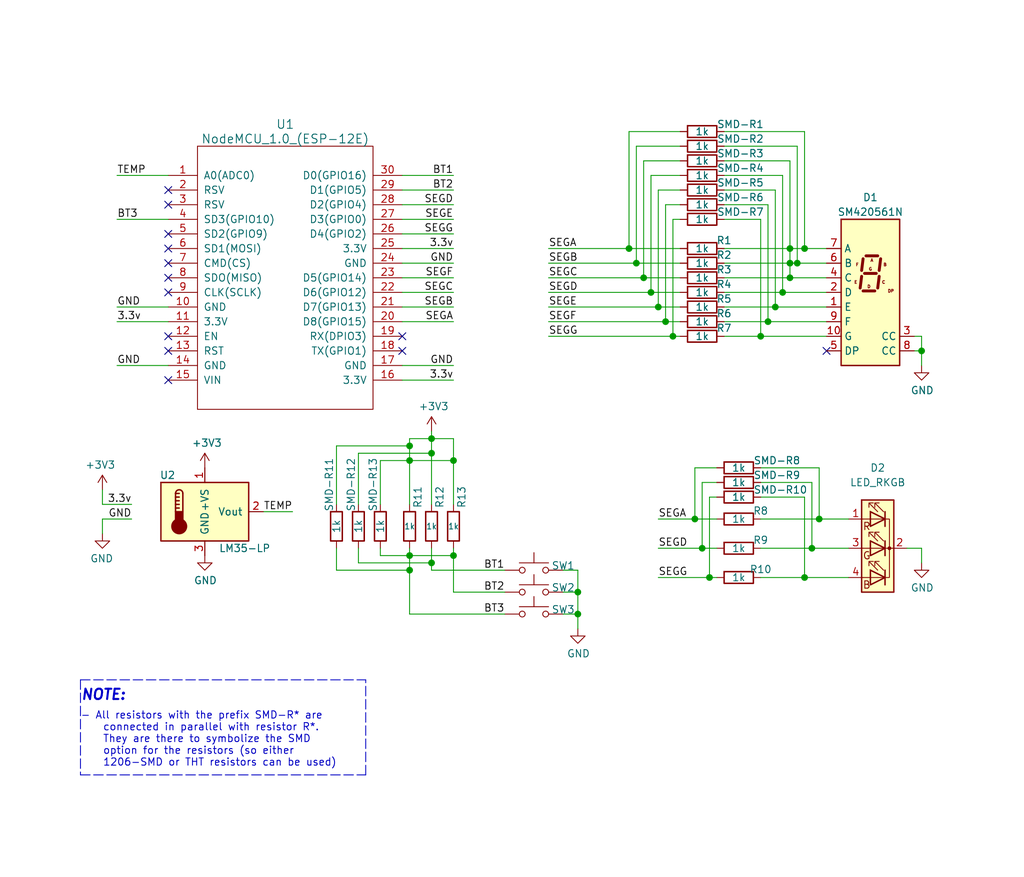
<source format=kicad_sch>
(kicad_sch (version 20210126) (generator eeschema)
  (paper "User" 177.8 152.4)
  (title_block (title "Basic NodeMCU Dev Board") (date "2021-03-09") (rev "1") (company "Electro707") (comment 1 "Jamal Bouajjaj"))
  (lib_symbols
    (symbol "Device:LED_RKGB" (pin_names (offset 0) hide)
      (property "Reference" "D" (at 0 9.398 0))
      (property "Value" "LED_RKGB" (at 0 -8.89 0))
      (symbol "LED_RKGB_0_0"
        (text "B" (at 1.905 -6.35 0) (effects (font (size 1.27 1.27))))
        (text "G" (at 1.905 -1.27 0) (effects (font (size 1.27 1.27))))
        (text "R" (at 1.905 3.81 0) (effects (font (size 1.27 1.27))))
      )
      (symbol "LED_RKGB_0_1"
        (circle (center -2.032 0) (radius 0.254) (fill (type outline)))
        (rectangle (start 1.27 -1.27) (end 1.27 1.27))
        (rectangle (start 1.27 1.27) (end 1.27 1.27))
        (rectangle (start 1.27 3.81) (end 1.27 6.35))
        (rectangle (start 1.27 6.35) (end 1.27 6.35))
        (rectangle (start 2.794 8.382) (end -2.794 -7.62) (stroke (width 0.254)) (fill (type background)))
        (polyline (pts (xy -1.27 -5.08) (xy 1.27 -5.08)))
        (polyline (pts (xy -1.27 -3.81) (xy -1.27 -6.35)) (stroke (width 0.254)))
        (polyline (pts (xy -1.27 0) (xy -2.54 0)))
        (polyline (pts (xy -1.27 1.27) (xy -1.27 -1.27)) (stroke (width 0.254)))
        (polyline (pts (xy -1.27 5.08) (xy 1.27 5.08)))
        (polyline (pts (xy -1.27 6.35) (xy -1.27 3.81)) (stroke (width 0.254)))
        (polyline (pts (xy 1.27 -5.08) (xy 2.54 -5.08)))
        (polyline (pts (xy 1.27 0) (xy -1.27 0)))
        (polyline (pts (xy 1.27 0) (xy 2.54 0)))
        (polyline (pts (xy 1.27 5.08) (xy 2.54 5.08)))
        (polyline (pts (xy -1.27 1.27) (xy -1.27 -1.27) (xy -1.27 -1.27)))
        (polyline (pts (xy -1.27 6.35) (xy -1.27 3.81) (xy -1.27 3.81)))
        (polyline (pts (xy -1.27 5.08) (xy -2.032 5.08) (xy -2.032 -5.08) (xy -1.016 -5.08)))
        (polyline (pts (xy 1.27 -3.81) (xy 1.27 -6.35) (xy -1.27 -5.08) (xy 1.27 -3.81)) (stroke (width 0.254)))
        (polyline (pts (xy 1.27 1.27) (xy 1.27 -1.27) (xy -1.27 0) (xy 1.27 1.27)) (stroke (width 0.254)))
        (polyline (pts (xy 1.27 6.35) (xy 1.27 3.81) (xy -1.27 5.08) (xy 1.27 6.35)) (stroke (width 0.254)))
        (polyline (pts (xy -1.016 -3.81) (xy 0.508 -2.286) (xy -0.254 -2.286) (xy 0.508 -2.286) (xy 0.508 -3.048)))
        (polyline (pts (xy -1.016 1.27) (xy 0.508 2.794) (xy -0.254 2.794) (xy 0.508 2.794) (xy 0.508 2.032)))
        (polyline (pts (xy -1.016 6.35) (xy 0.508 7.874) (xy -0.254 7.874) (xy 0.508 7.874) (xy 0.508 7.112)))
        (polyline (pts (xy 0 -3.81) (xy 1.524 -2.286) (xy 0.762 -2.286) (xy 1.524 -2.286) (xy 1.524 -3.048)))
        (polyline (pts (xy 0 1.27) (xy 1.524 2.794) (xy 0.762 2.794) (xy 1.524 2.794) (xy 1.524 2.032)))
        (polyline (pts (xy 0 6.35) (xy 1.524 7.874) (xy 0.762 7.874) (xy 1.524 7.874) (xy 1.524 7.112)))
      )
      (symbol "LED_RKGB_1_1"
        (pin passive line (at 5.08 5.08 180) (length 2.54) (name "RA") (number "1"))
        (pin passive line (at -5.08 0 0) (length 2.54) (name "K") (number "2"))
        (pin passive line (at 5.08 0 180) (length 2.54) (name "GA") (number "3"))
        (pin passive line (at 5.08 -5.08 180) (length 2.54) (name "BA") (number "4"))
      )
    )
    (symbol "Device:R" (pin_numbers hide) (pin_names (offset 0))
      (property "Reference" "R" (at 2.032 0 90))
      (property "Value" "R" (at 0 0 90))
      (symbol "R_0_1"
        (rectangle (start -1.016 -2.54) (end 1.016 2.54) (stroke (width 0.254)))
      )
      (symbol "R_1_1"
        (pin passive line (at 0 3.81 270) (length 1.27) (name "~") (number "1"))
        (pin passive line (at 0 -3.81 90) (length 1.27) (name "~") (number "2"))
      )
    )
    (symbol "Display_Character:SM420561N"
      (property "Reference" "U" (at -2.54 13.97 0))
      (property "Value" "SM420561N" (at 1.27 13.97 0))
      (symbol "SM420561N_0_0"
        (text "A" (at 0.254 5.588 0) (effects (font (size 0.508 0.508))))
        (text "B" (at 2.54 4.826 0) (effects (font (size 0.508 0.508))))
        (text "C" (at 2.286 1.778 0) (effects (font (size 0.508 0.508))))
        (text "D" (at -0.254 1.016 0) (effects (font (size 0.508 0.508))))
        (text "DP" (at 3.556 0.254 0) (effects (font (size 0.508 0.508))))
        (text "E" (at -2.54 1.778 0) (effects (font (size 0.508 0.508))))
        (text "F" (at -2.286 4.826 0) (effects (font (size 0.508 0.508))))
        (text "G" (at 0 4.064 0) (effects (font (size 0.508 0.508))))
      )
      (symbol "SM420561N_0_1"
        (rectangle (start -5.08 12.7) (end 5.08 -12.7) (stroke (width 0.254)) (fill (type background)))
        (polyline (pts (xy -1.524 2.794) (xy -1.778 0.762)) (stroke (width 0.508)))
        (polyline (pts (xy -1.27 0.254) (xy 0.762 0.254)) (stroke (width 0.508)))
        (polyline (pts (xy -1.27 5.842) (xy -1.524 3.81)) (stroke (width 0.508)))
        (polyline (pts (xy -1.016 3.302) (xy 1.016 3.302)) (stroke (width 0.508)))
        (polyline (pts (xy -0.762 6.35) (xy 1.27 6.35)) (stroke (width 0.508)))
        (polyline (pts (xy 1.524 2.794) (xy 1.27 0.762)) (stroke (width 0.508)))
        (polyline (pts (xy 1.778 5.842) (xy 1.524 3.81)) (stroke (width 0.508)))
        (polyline (pts (xy 2.54 0.254) (xy 2.54 0.254)) (stroke (width 0.508)))
      )
      (symbol "SM420561N_1_1"
        (pin input line (at -7.62 -2.54 0) (length 2.54) (name "E") (number "1"))
        (pin input line (at -7.62 -7.62 0) (length 2.54) (name "G") (number "10"))
        (pin input line (at -7.62 0 0) (length 2.54) (name "D") (number "2"))
        (pin input line (at 7.62 -7.62 180) (length 2.54) (name "CC") (number "3"))
        (pin input line (at -7.62 2.54 0) (length 2.54) (name "C") (number "4"))
        (pin input line (at -7.62 -10.16 0) (length 2.54) (name "DP") (number "5"))
        (pin input line (at -7.62 5.08 0) (length 2.54) (name "B") (number "6"))
        (pin input line (at -7.62 7.62 0) (length 2.54) (name "A") (number "7"))
        (pin input line (at 7.62 -10.16 180) (length 2.54) (name "CC") (number "8"))
        (pin input line (at -7.62 -5.08 0) (length 2.54) (name "F") (number "9"))
      )
    )
    (symbol "ESP8266:NodeMCU_1.0_(ESP-12E)" (pin_names (offset 1.016))
      (property "Reference" "U" (at 0 21.59 0))
      (property "Value" "NodeMCU_1.0_(ESP-12E)" (at 0 -21.59 0))
      (symbol "NodeMCU_1.0_(ESP-12E)_0_1"
        (rectangle (start -15.24 -22.86) (end 15.24 22.86))
      )
      (symbol "NodeMCU_1.0_(ESP-12E)_1_1"
        (pin input line (at -20.32 17.78 0) (length 5.08) (name "A0(ADC0)") (number "1"))
        (pin input line (at -20.32 -5.08 0) (length 5.08) (name "GND") (number "10"))
        (pin power_out line (at -20.32 -7.62 0) (length 5.08) (name "3.3V") (number "11"))
        (pin input line (at -20.32 -10.16 0) (length 5.08) (name "EN") (number "12"))
        (pin input line (at -20.32 -12.7 0) (length 5.08) (name "RST") (number "13"))
        (pin power_in line (at -20.32 -15.24 0) (length 5.08) (name "GND") (number "14"))
        (pin power_in line (at -20.32 -17.78 0) (length 5.08) (name "VIN") (number "15"))
        (pin power_out line (at 20.32 -17.78 180) (length 5.08) (name "3.3V") (number "16"))
        (pin power_in line (at 20.32 -15.24 180) (length 5.08) (name "GND") (number "17"))
        (pin bidirectional line (at 20.32 -12.7 180) (length 5.08) (name "TX(GPIO1)") (number "18"))
        (pin bidirectional line (at 20.32 -10.16 180) (length 5.08) (name "RX(DPIO3)") (number "19"))
        (pin input line (at -20.32 15.24 0) (length 5.08) (name "RSV") (number "2"))
        (pin bidirectional line (at 20.32 -7.62 180) (length 5.08) (name "D8(GPIO15)") (number "20"))
        (pin bidirectional line (at 20.32 -5.08 180) (length 5.08) (name "D7(GPIO13)") (number "21"))
        (pin bidirectional line (at 20.32 -2.54 180) (length 5.08) (name "D6(GPIO12)") (number "22"))
        (pin bidirectional line (at 20.32 0 180) (length 5.08) (name "D5(GPIO14)") (number "23"))
        (pin power_in line (at 20.32 2.54 180) (length 5.08) (name "GND") (number "24"))
        (pin power_out line (at 20.32 5.08 180) (length 5.08) (name "3.3V") (number "25"))
        (pin bidirectional line (at 20.32 7.62 180) (length 5.08) (name "D4(GPIO2)") (number "26"))
        (pin bidirectional line (at 20.32 10.16 180) (length 5.08) (name "D3(GPIO0)") (number "27"))
        (pin bidirectional line (at 20.32 12.7 180) (length 5.08) (name "D2(GPIO4)") (number "28"))
        (pin bidirectional line (at 20.32 15.24 180) (length 5.08) (name "D1(GPIO5)") (number "29"))
        (pin input line (at -20.32 12.7 0) (length 5.08) (name "RSV") (number "3"))
        (pin bidirectional line (at 20.32 17.78 180) (length 5.08) (name "D0(GPIO16)") (number "30"))
        (pin bidirectional line (at -20.32 10.16 0) (length 5.08) (name "SD3(GPIO10)") (number "4"))
        (pin bidirectional line (at -20.32 7.62 0) (length 5.08) (name "SD2(GPIO9)") (number "5"))
        (pin bidirectional line (at -20.32 5.08 0) (length 5.08) (name "SD1(MOSI)") (number "6"))
        (pin bidirectional line (at -20.32 2.54 0) (length 5.08) (name "CMD(CS)") (number "7"))
        (pin bidirectional line (at -20.32 0 0) (length 5.08) (name "SDO(MISO)") (number "8"))
        (pin bidirectional line (at -20.32 -2.54 0) (length 5.08) (name "CLK(SCLK)") (number "9"))
      )
    )
    (symbol "Sensor_Temperature:LM35-LP" (pin_names (offset 1.016))
      (property "Reference" "U" (at -6.35 6.35 0))
      (property "Value" "LM35-LP" (at 1.27 6.35 0))
      (symbol "LM35-LP_0_1"
        (arc (start -3.81 3.175) (end -5.08 3.175) (radius (at -4.445 3.175) (length 0.635) (angles 0.1 179.9)) (stroke (width 0.254)))
        (circle (center -4.445 -2.54) (radius 1.27) (stroke (width 0.254)) (fill (type outline)))
        (rectangle (start -3.81 -1.905) (end -5.08 0) (stroke (width 0.254)) (fill (type outline)))
        (rectangle (start -7.62 5.08) (end 7.62 -5.08) (stroke (width 0.254)) (fill (type background)))
        (polyline (pts (xy -5.08 0.635) (xy -4.445 0.635)) (stroke (width 0.254)))
        (polyline (pts (xy -5.08 1.27) (xy -4.445 1.27)) (stroke (width 0.254)))
        (polyline (pts (xy -5.08 1.905) (xy -4.445 1.905)) (stroke (width 0.254)))
        (polyline (pts (xy -5.08 2.54) (xy -4.445 2.54)) (stroke (width 0.254)))
        (polyline (pts (xy -5.08 3.175) (xy -5.08 0)) (stroke (width 0.254)))
        (polyline (pts (xy -5.08 3.175) (xy -4.445 3.175)) (stroke (width 0.254)))
        (polyline (pts (xy -3.81 3.175) (xy -3.81 0)) (stroke (width 0.254)))
      )
      (symbol "LM35-LP_1_1"
        (pin power_in line (at 0 7.62 270) (length 2.54) (name "+VS") (number "1"))
        (pin output line (at 10.16 0 180) (length 2.54) (name "Vout") (number "2"))
        (pin power_in line (at 0 -7.62 90) (length 2.54) (name "GND") (number "3"))
      )
    )
    (symbol "Switch:SW_Push" (pin_numbers hide) (pin_names (offset 1.016) hide)
      (property "Reference" "SW" (at 1.27 2.54 0))
      (property "Value" "SW_Push" (at 0 -1.524 0))
      (symbol "SW_Push_0_1"
        (circle (center -2.032 0) (radius 0.508))
        (circle (center 2.032 0) (radius 0.508))
        (polyline (pts (xy 0 1.27) (xy 0 3.048)))
        (polyline (pts (xy 2.54 1.27) (xy -2.54 1.27)))
        (pin passive line (at -5.08 0 0) (length 2.54) (name "1") (number "1"))
        (pin passive line (at 5.08 0 180) (length 2.54) (name "2") (number "2"))
      )
    )
    (symbol "power:+3.3V" (power) (pin_names (offset 0))
      (property "Value" "+3.3V" (at 0 3.556 0))
      (symbol "+3.3V_0_1"
        (polyline (pts (xy -0.762 1.27) (xy 0 2.54)))
        (polyline (pts (xy 0 0) (xy 0 2.54)))
        (polyline (pts (xy 0 2.54) (xy 0.762 1.27)))
      )
      (symbol "+3.3V_1_1"
        (pin power_in line (at 0 0 90) (length 0) hide (name "+3V3") (number "1"))
      )
    )
    (symbol "power:GND" (power) (pin_names (offset 0))
      (property "Value" "GND" (at 0 -3.81 0))
      (symbol "GND_0_1"
        (polyline (pts (xy 0 0) (xy 0 -1.27) (xy 1.27 -1.27) (xy 0 -2.54) (xy -1.27 -1.27) (xy 0 -1.27)))
      )
      (symbol "GND_1_1"
        (pin power_in line (at 0 0 270) (length 0) hide (name "GND") (number "1"))
      )
    )
  )
  (junction (at 71.12 77.47) (diameter 1.016))
  (junction (at 71.12 80.01) (diameter 1.016))
  (junction (at 71.12 96.52) (diameter 1.016))
  (junction (at 71.12 99.06) (diameter 1.016))
  (junction (at 74.93 76.2) (diameter 1.016))
  (junction (at 74.93 78.74) (diameter 1.016))
  (junction (at 74.93 97.79) (diameter 1.016))
  (junction (at 78.74 80.01) (diameter 1.016))
  (junction (at 78.74 96.52) (diameter 1.016))
  (junction (at 100.33 102.87) (diameter 1.016))
  (junction (at 100.33 106.68) (diameter 1.016))
  (junction (at 109.22 43.18) (diameter 1.016))
  (junction (at 110.49 45.72) (diameter 1.016))
  (junction (at 111.76 48.26) (diameter 1.016))
  (junction (at 113.03 50.8) (diameter 1.016))
  (junction (at 114.3 53.34) (diameter 1.016))
  (junction (at 115.57 55.88) (diameter 1.016))
  (junction (at 116.84 58.42) (diameter 1.016))
  (junction (at 120.65 90.17) (diameter 1.016))
  (junction (at 121.92 95.25) (diameter 1.016))
  (junction (at 123.19 100.33) (diameter 1.016))
  (junction (at 132.08 58.42) (diameter 1.016))
  (junction (at 133.35 55.88) (diameter 1.016))
  (junction (at 134.62 53.34) (diameter 1.016))
  (junction (at 135.89 50.8) (diameter 1.016))
  (junction (at 137.16 43.18) (diameter 1.016))
  (junction (at 137.16 45.72) (diameter 1.016))
  (junction (at 137.16 48.26) (diameter 1.016))
  (junction (at 138.43 45.72) (diameter 1.016))
  (junction (at 139.7 43.18) (diameter 1.016))
  (junction (at 139.7 100.33) (diameter 1.016))
  (junction (at 140.97 95.25) (diameter 1.016))
  (junction (at 142.24 90.17) (diameter 1.016))
  (junction (at 160.02 60.96) (diameter 1.016))
  (no_connect (at 29.21 33.02))
  (no_connect (at 29.21 35.56))
  (no_connect (at 29.21 40.64))
  (no_connect (at 29.21 43.18))
  (no_connect (at 29.21 45.72))
  (no_connect (at 29.21 48.26))
  (no_connect (at 29.21 50.8))
  (no_connect (at 29.21 58.42))
  (no_connect (at 29.21 60.96))
  (no_connect (at 29.21 66.04))
  (no_connect (at 69.85 58.42))
  (no_connect (at 69.85 60.96))
  (no_connect (at 143.51 60.96))
  (wire (pts (xy 17.78 87.63) (xy 17.78 85.09)))
  (wire (pts (xy 17.78 90.17) (xy 17.78 92.71)))
  (wire (pts (xy 20.32 30.48) (xy 29.21 30.48)))
  (wire (pts (xy 20.32 38.1) (xy 29.21 38.1)))
  (wire (pts (xy 20.32 53.34) (xy 29.21 53.34)))
  (wire (pts (xy 20.32 55.88) (xy 29.21 55.88)))
  (wire (pts (xy 20.32 63.5) (xy 29.21 63.5)))
  (wire (pts (xy 22.86 87.63) (xy 17.78 87.63)))
  (wire (pts (xy 22.86 90.17) (xy 17.78 90.17)))
  (wire (pts (xy 45.72 88.9) (xy 50.8 88.9)))
  (wire (pts (xy 58.42 77.47) (xy 71.12 77.47)))
  (wire (pts (xy 58.42 87.63) (xy 58.42 77.47)))
  (wire (pts (xy 58.42 95.25) (xy 58.42 99.06)))
  (wire (pts (xy 58.42 99.06) (xy 71.12 99.06)))
  (wire (pts (xy 62.23 78.74) (xy 74.93 78.74)))
  (wire (pts (xy 62.23 87.63) (xy 62.23 78.74)))
  (wire (pts (xy 62.23 95.25) (xy 62.23 97.79)))
  (wire (pts (xy 62.23 97.79) (xy 74.93 97.79)))
  (wire (pts (xy 66.04 80.01) (xy 71.12 80.01)))
  (wire (pts (xy 66.04 87.63) (xy 66.04 80.01)))
  (wire (pts (xy 66.04 95.25) (xy 66.04 96.52)))
  (wire (pts (xy 66.04 96.52) (xy 71.12 96.52)))
  (wire (pts (xy 71.12 76.2) (xy 71.12 77.47)))
  (wire (pts (xy 71.12 77.47) (xy 71.12 80.01)))
  (wire (pts (xy 71.12 80.01) (xy 71.12 87.63)))
  (wire (pts (xy 71.12 80.01) (xy 78.74 80.01)))
  (wire (pts (xy 71.12 95.25) (xy 71.12 96.52)))
  (wire (pts (xy 71.12 96.52) (xy 71.12 99.06)))
  (wire (pts (xy 71.12 96.52) (xy 78.74 96.52)))
  (wire (pts (xy 71.12 99.06) (xy 71.12 106.68)))
  (wire (pts (xy 71.12 106.68) (xy 87.63 106.68)))
  (wire (pts (xy 74.93 74.93) (xy 74.93 76.2)))
  (wire (pts (xy 74.93 76.2) (xy 71.12 76.2)))
  (wire (pts (xy 74.93 76.2) (xy 74.93 78.74)))
  (wire (pts (xy 74.93 76.2) (xy 78.74 76.2)))
  (wire (pts (xy 74.93 78.74) (xy 74.93 87.63)))
  (wire (pts (xy 74.93 95.25) (xy 74.93 97.79)))
  (wire (pts (xy 74.93 97.79) (xy 74.93 99.06)))
  (wire (pts (xy 74.93 99.06) (xy 87.63 99.06)))
  (wire (pts (xy 78.74 30.48) (xy 69.85 30.48)))
  (wire (pts (xy 78.74 33.02) (xy 69.85 33.02)))
  (wire (pts (xy 78.74 35.56) (xy 69.85 35.56)))
  (wire (pts (xy 78.74 38.1) (xy 69.85 38.1)))
  (wire (pts (xy 78.74 40.64) (xy 69.85 40.64)))
  (wire (pts (xy 78.74 43.18) (xy 69.85 43.18)))
  (wire (pts (xy 78.74 45.72) (xy 69.85 45.72)))
  (wire (pts (xy 78.74 48.26) (xy 69.85 48.26)))
  (wire (pts (xy 78.74 50.8) (xy 69.85 50.8)))
  (wire (pts (xy 78.74 53.34) (xy 69.85 53.34)))
  (wire (pts (xy 78.74 55.88) (xy 69.85 55.88)))
  (wire (pts (xy 78.74 63.5) (xy 69.85 63.5)))
  (wire (pts (xy 78.74 66.04) (xy 69.85 66.04)))
  (wire (pts (xy 78.74 76.2) (xy 78.74 80.01)))
  (wire (pts (xy 78.74 80.01) (xy 78.74 87.63)))
  (wire (pts (xy 78.74 95.25) (xy 78.74 96.52)))
  (wire (pts (xy 78.74 96.52) (xy 78.74 102.87)))
  (wire (pts (xy 78.74 102.87) (xy 87.63 102.87)))
  (wire (pts (xy 95.25 43.18) (xy 109.22 43.18)))
  (wire (pts (xy 95.25 45.72) (xy 110.49 45.72)))
  (wire (pts (xy 95.25 48.26) (xy 111.76 48.26)))
  (wire (pts (xy 95.25 50.8) (xy 113.03 50.8)))
  (wire (pts (xy 95.25 53.34) (xy 114.3 53.34)))
  (wire (pts (xy 95.25 55.88) (xy 115.57 55.88)))
  (wire (pts (xy 95.25 58.42) (xy 116.84 58.42)))
  (wire (pts (xy 97.79 99.06) (xy 100.33 99.06)))
  (wire (pts (xy 97.79 102.87) (xy 100.33 102.87)))
  (wire (pts (xy 97.79 106.68) (xy 100.33 106.68)))
  (wire (pts (xy 100.33 99.06) (xy 100.33 102.87)))
  (wire (pts (xy 100.33 102.87) (xy 100.33 106.68)))
  (wire (pts (xy 100.33 106.68) (xy 100.33 109.22)))
  (wire (pts (xy 109.22 22.86) (xy 109.22 43.18)))
  (wire (pts (xy 109.22 43.18) (xy 118.11 43.18)))
  (wire (pts (xy 110.49 25.4) (xy 110.49 45.72)))
  (wire (pts (xy 110.49 45.72) (xy 118.11 45.72)))
  (wire (pts (xy 111.76 27.94) (xy 111.76 48.26)))
  (wire (pts (xy 111.76 48.26) (xy 118.11 48.26)))
  (wire (pts (xy 113.03 30.48) (xy 113.03 50.8)))
  (wire (pts (xy 113.03 50.8) (xy 118.11 50.8)))
  (wire (pts (xy 114.3 33.02) (xy 114.3 53.34)))
  (wire (pts (xy 114.3 53.34) (xy 118.11 53.34)))
  (wire (pts (xy 114.3 90.17) (xy 120.65 90.17)))
  (wire (pts (xy 114.3 95.25) (xy 121.92 95.25)))
  (wire (pts (xy 114.3 100.33) (xy 123.19 100.33)))
  (wire (pts (xy 115.57 35.56) (xy 115.57 55.88)))
  (wire (pts (xy 115.57 55.88) (xy 118.11 55.88)))
  (wire (pts (xy 116.84 38.1) (xy 116.84 58.42)))
  (wire (pts (xy 116.84 58.42) (xy 118.11 58.42)))
  (wire (pts (xy 118.11 22.86) (xy 109.22 22.86)))
  (wire (pts (xy 118.11 25.4) (xy 110.49 25.4)))
  (wire (pts (xy 118.11 27.94) (xy 111.76 27.94)))
  (wire (pts (xy 118.11 30.48) (xy 113.03 30.48)))
  (wire (pts (xy 118.11 33.02) (xy 114.3 33.02)))
  (wire (pts (xy 118.11 35.56) (xy 115.57 35.56)))
  (wire (pts (xy 118.11 38.1) (xy 116.84 38.1)))
  (wire (pts (xy 120.65 81.28) (xy 120.65 90.17)))
  (wire (pts (xy 120.65 90.17) (xy 124.46 90.17)))
  (wire (pts (xy 121.92 83.82) (xy 121.92 95.25)))
  (wire (pts (xy 121.92 95.25) (xy 124.46 95.25)))
  (wire (pts (xy 123.19 86.36) (xy 123.19 100.33)))
  (wire (pts (xy 123.19 100.33) (xy 124.46 100.33)))
  (wire (pts (xy 124.46 81.28) (xy 120.65 81.28)))
  (wire (pts (xy 124.46 83.82) (xy 121.92 83.82)))
  (wire (pts (xy 124.46 86.36) (xy 123.19 86.36)))
  (wire (pts (xy 125.73 22.86) (xy 139.7 22.86)))
  (wire (pts (xy 125.73 25.4) (xy 138.43 25.4)))
  (wire (pts (xy 125.73 27.94) (xy 137.16 27.94)))
  (wire (pts (xy 125.73 30.48) (xy 135.89 30.48)))
  (wire (pts (xy 125.73 33.02) (xy 134.62 33.02)))
  (wire (pts (xy 125.73 35.56) (xy 133.35 35.56)))
  (wire (pts (xy 125.73 38.1) (xy 132.08 38.1)))
  (wire (pts (xy 125.73 43.18) (xy 137.16 43.18)))
  (wire (pts (xy 125.73 45.72) (xy 137.16 45.72)))
  (wire (pts (xy 125.73 48.26) (xy 137.16 48.26)))
  (wire (pts (xy 125.73 50.8) (xy 135.89 50.8)))
  (wire (pts (xy 125.73 53.34) (xy 134.62 53.34)))
  (wire (pts (xy 125.73 55.88) (xy 133.35 55.88)))
  (wire (pts (xy 125.73 58.42) (xy 132.08 58.42)))
  (wire (pts (xy 132.08 38.1) (xy 132.08 58.42)))
  (wire (pts (xy 132.08 58.42) (xy 143.51 58.42)))
  (wire (pts (xy 132.08 81.28) (xy 142.24 81.28)))
  (wire (pts (xy 132.08 83.82) (xy 140.97 83.82)))
  (wire (pts (xy 132.08 86.36) (xy 139.7 86.36)))
  (wire (pts (xy 132.08 90.17) (xy 142.24 90.17)))
  (wire (pts (xy 132.08 95.25) (xy 140.97 95.25)))
  (wire (pts (xy 132.08 100.33) (xy 139.7 100.33)))
  (wire (pts (xy 133.35 35.56) (xy 133.35 55.88)))
  (wire (pts (xy 133.35 55.88) (xy 143.51 55.88)))
  (wire (pts (xy 134.62 33.02) (xy 134.62 53.34)))
  (wire (pts (xy 134.62 53.34) (xy 143.51 53.34)))
  (wire (pts (xy 135.89 30.48) (xy 135.89 50.8)))
  (wire (pts (xy 135.89 50.8) (xy 143.51 50.8)))
  (wire (pts (xy 137.16 27.94) (xy 137.16 43.18)))
  (wire (pts (xy 137.16 43.18) (xy 137.16 45.72)))
  (wire (pts (xy 137.16 43.18) (xy 139.7 43.18)))
  (wire (pts (xy 137.16 45.72) (xy 137.16 48.26)))
  (wire (pts (xy 137.16 45.72) (xy 138.43 45.72)))
  (wire (pts (xy 137.16 48.26) (xy 143.51 48.26)))
  (wire (pts (xy 138.43 25.4) (xy 138.43 45.72)))
  (wire (pts (xy 138.43 45.72) (xy 143.51 45.72)))
  (wire (pts (xy 139.7 22.86) (xy 139.7 43.18)))
  (wire (pts (xy 139.7 43.18) (xy 143.51 43.18)))
  (wire (pts (xy 139.7 86.36) (xy 139.7 100.33)))
  (wire (pts (xy 139.7 100.33) (xy 147.32 100.33)))
  (wire (pts (xy 140.97 83.82) (xy 140.97 95.25)))
  (wire (pts (xy 140.97 95.25) (xy 147.32 95.25)))
  (wire (pts (xy 142.24 81.28) (xy 142.24 90.17)))
  (wire (pts (xy 142.24 90.17) (xy 147.32 90.17)))
  (wire (pts (xy 158.75 58.42) (xy 160.02 58.42)))
  (wire (pts (xy 160.02 58.42) (xy 160.02 60.96)))
  (wire (pts (xy 160.02 60.96) (xy 158.75 60.96)))
  (wire (pts (xy 160.02 60.96) (xy 160.02 63.5)))
  (wire (pts (xy 160.02 95.25) (xy 157.48 95.25)))
  (wire (pts (xy 160.02 97.79) (xy 160.02 95.25)))
  (polyline (pts (xy 13.97 118.11) (xy 13.97 134.62)) (stroke (width 0) (type dash)))
  (polyline (pts (xy 13.97 118.11) (xy 63.5 118.11)) (stroke (width 0) (type dash)))
  (polyline (pts (xy 13.97 134.62) (xy 63.5 134.62)) (stroke (width 0) (type dash)))
  (polyline (pts (xy 63.5 134.62) (xy 63.5 118.11)) (stroke (width 0) (type dash)))
  (text "NOTE:" (at 13.97 121.92 0) (effects (font (size 1.778 1.778) (thickness 0.3556) bold italic) (justify left bottom)))
  (text "- All resistors with the prefix SMD-R* are\n    connected in parallel with resistor R*.\n    They are there to symbolize the SMD\n    option for the resistors (so either \n    1206-SMD or THT resistors can be used)" (at 13.97 133.35 0) (effects (font (size 1.27 1.27)) (justify left bottom)))
  (label "TEMP" (at 20.32 30.48 0))
  (label "BT3" (at 20.32 38.1 0))
  (label "GND" (at 20.32 53.34 0))
  (label "3.3v" (at 20.32 55.88 0))
  (label "GND" (at 20.32 63.5 0))
  (label "3.3v" (at 22.86 87.63 180))
  (label "GND" (at 22.86 90.17 180))
  (label "TEMP" (at 50.8 88.9 180))
  (label "BT1" (at 78.74 30.48 180))
  (label "BT2" (at 78.74 33.02 180))
  (label "SEGD" (at 78.74 35.56 180))
  (label "SEGE" (at 78.74 38.1 180))
  (label "SEGG" (at 78.74 40.64 180))
  (label "3.3v" (at 78.74 43.18 180))
  (label "GND" (at 78.74 45.72 180))
  (label "SEGF" (at 78.74 48.26 180))
  (label "SEGC" (at 78.74 50.8 180))
  (label "SEGB" (at 78.74 53.34 180))
  (label "SEGA" (at 78.74 55.88 180))
  (label "GND" (at 78.74 63.5 180))
  (label "3.3v" (at 78.74 66.04 180))
  (label "BT1" (at 87.63 99.06 180))
  (label "BT2" (at 87.63 102.87 180))
  (label "BT3" (at 87.63 106.68 180))
  (label "SEGA" (at 95.25 43.18 0))
  (label "SEGB" (at 95.25 45.72 0))
  (label "SEGC" (at 95.25 48.26 0))
  (label "SEGD" (at 95.25 50.8 0))
  (label "SEGE" (at 95.25 53.34 0))
  (label "SEGF" (at 95.25 55.88 0))
  (label "SEGG" (at 95.25 58.42 0))
  (label "SEGA" (at 114.3 90.17 0))
  (label "SEGD" (at 114.3 95.25 0))
  (label "SEGG" (at 114.3 100.33 0))
  (symbol (lib_id "power:+3.3V") (at 17.78 85.09 0) (mirror y) (unit 1)
    (property "Reference" "#PWR05" (effects hide))
    (property "Value" "+3.3V" (at 17.4117 80.7656 0))
  )
  (symbol (lib_id "power:+3.3V") (at 35.56 81.28 0) (unit 1)
    (property "Reference" "#PWR02" (effects hide))
    (property "Value" "+3.3V" (at 35.9283 76.9556 0))
  )
  (symbol (lib_id "power:+3.3V") (at 74.93 74.93 0) (unit 1)
    (property "Reference" "#PWR01" (effects hide))
    (property "Value" "+3.3V" (at 75.2983 70.6056 0))
  )
  (symbol (lib_id "power:GND") (at 17.78 92.71 0) (mirror y) (unit 1)
    (property "Reference" "#PWR06" (effects hide))
    (property "Value" "GND" (at 17.6657 97.0344 0))
  )
  (symbol (lib_id "power:GND") (at 35.56 96.52 0) (unit 1)
    (property "Reference" "#PWR03" (effects hide))
    (property "Value" "GND" (at 35.6743 100.8444 0))
  )
  (symbol (lib_id "power:GND") (at 100.33 109.22 0) (unit 1)
    (property "Reference" "#PWR04" (effects hide))
    (property "Value" "GND" (at 100.4443 113.5444 0))
  )
  (symbol (lib_id "power:GND") (at 160.02 63.5 0) (unit 1)
    (property "Reference" "#PWR0101" (effects hide))
    (property "Value" "GND" (at 160.1343 67.8244 0))
  )
  (symbol (lib_id "power:GND") (at 160.02 97.79 0) (unit 1)
    (property "Reference" "#PWR0102" (effects hide))
    (property "Value" "GND" (at 160.1343 102.1144 0))
  )
  (symbol (lib_id "Device:R") (at 58.42 91.44 180) (unit 1)
    (property "Reference" "SMD-R11" (at 57.15 88.9 90) (effects (justify right)))
    (property "Value" "1k" (at 58.42 91.44 90))
    (property "Footprint" "Resistor_SMD:R_1206_3216Metric_Pad1.30x1.75mm_HandSolder" (effects hide))
  )
  (symbol (lib_id "Device:R") (at 62.23 91.44 180) (unit 1)
    (property "Reference" "SMD-R12" (at 60.96 88.9 90) (effects (justify right)))
    (property "Value" "1k" (at 62.23 91.44 90))
    (property "Footprint" "Resistor_SMD:R_1206_3216Metric_Pad1.30x1.75mm_HandSolder" (effects hide))
  )
  (symbol (lib_id "Device:R") (at 66.04 91.44 180) (unit 1)
    (property "Reference" "SMD-R13" (at 64.77 88.9 90) (effects (justify right)))
    (property "Value" "1k" (at 66.04 91.44 90))
    (property "Footprint" "Resistor_SMD:R_1206_3216Metric_Pad1.30x1.75mm_HandSolder" (effects hide))
  )
  (symbol (lib_id "Device:R") (at 71.12 91.44 0) (unit 1)
    (property "Reference" "R11" (at 72.5362 86.36 90))
    (property "Value" "1k" (at 71.12 91.44 0) (effects (font (size 1.016 1.016))))
    (property "Footprint" "Resistor_THT:R_Axial_DIN0207_L6.3mm_D2.5mm_P10.16mm_Horizontal" (effects hide))
  )
  (symbol (lib_id "Device:R") (at 74.93 91.44 0) (unit 1)
    (property "Reference" "R12" (at 76.3462 86.36 90))
    (property "Value" "1k" (at 74.93 91.44 0) (effects (font (size 1.016 1.016))))
    (property "Footprint" "Resistor_THT:R_Axial_DIN0207_L6.3mm_D2.5mm_P10.16mm_Horizontal" (effects hide))
  )
  (symbol (lib_id "Device:R") (at 78.74 91.44 0) (unit 1)
    (property "Reference" "R13" (at 80.1562 86.36 90))
    (property "Value" "1k" (at 78.74 91.44 0) (effects (font (size 1.016 1.016))))
    (property "Footprint" "Resistor_THT:R_Axial_DIN0207_L6.3mm_D2.5mm_P10.16mm_Horizontal" (effects hide))
  )
  (symbol (lib_id "Device:R") (at 121.92 22.86 90) (unit 1)
    (property "Reference" "SMD-R1" (at 124.46 21.59 90) (effects (justify right)))
    (property "Value" "1k" (at 121.92 22.86 90))
    (property "Footprint" "Resistor_SMD:R_1206_3216Metric_Pad1.30x1.75mm_HandSolder" (effects hide))
  )
  (symbol (lib_id "Device:R") (at 121.92 25.4 90) (unit 1)
    (property "Reference" "SMD-R2" (at 124.46 24.13 90) (effects (justify right)))
    (property "Value" "1k" (at 121.92 25.4 90))
    (property "Footprint" "Resistor_SMD:R_1206_3216Metric_Pad1.30x1.75mm_HandSolder" (effects hide))
  )
  (symbol (lib_id "Device:R") (at 121.92 27.94 90) (unit 1)
    (property "Reference" "SMD-R3" (at 124.46 26.67 90) (effects (justify right)))
    (property "Value" "1k" (at 121.92 27.94 90))
    (property "Footprint" "Resistor_SMD:R_1206_3216Metric_Pad1.30x1.75mm_HandSolder" (effects hide))
  )
  (symbol (lib_id "Device:R") (at 121.92 30.48 90) (unit 1)
    (property "Reference" "SMD-R4" (at 124.46 29.21 90) (effects (justify right)))
    (property "Value" "1k" (at 121.92 30.48 90))
    (property "Footprint" "Resistor_SMD:R_1206_3216Metric_Pad1.30x1.75mm_HandSolder" (effects hide))
  )
  (symbol (lib_id "Device:R") (at 121.92 33.02 90) (unit 1)
    (property "Reference" "SMD-R5" (at 124.46 31.75 90) (effects (justify right)))
    (property "Value" "1k" (at 121.92 33.02 90))
    (property "Footprint" "Resistor_SMD:R_1206_3216Metric_Pad1.30x1.75mm_HandSolder" (effects hide))
  )
  (symbol (lib_id "Device:R") (at 121.92 35.56 90) (unit 1)
    (property "Reference" "SMD-R6" (at 124.46 34.29 90) (effects (justify right)))
    (property "Value" "1k" (at 121.92 35.56 90))
    (property "Footprint" "Resistor_SMD:R_1206_3216Metric_Pad1.30x1.75mm_HandSolder" (effects hide))
  )
  (symbol (lib_id "Device:R") (at 121.92 38.1 90) (unit 1)
    (property "Reference" "SMD-R7" (at 124.46 36.83 90) (effects (justify right)))
    (property "Value" "1k" (at 121.92 38.1 90))
    (property "Footprint" "Resistor_SMD:R_1206_3216Metric_Pad1.30x1.75mm_HandSolder" (effects hide))
  )
  (symbol (lib_id "Device:R") (at 121.92 43.18 90) (unit 1)
    (property "Reference" "R1" (at 125.73 41.7638 90))
    (property "Value" "1k" (at 121.92 43.18 90))
    (property "Footprint" "Resistor_THT:R_Axial_DIN0207_L6.3mm_D2.5mm_P7.62mm_Horizontal" (effects hide))
  )
  (symbol (lib_id "Device:R") (at 121.92 45.72 90) (unit 1)
    (property "Reference" "R2" (at 125.73 44.3038 90))
    (property "Value" "1k" (at 121.92 45.72 90))
    (property "Footprint" "Resistor_THT:R_Axial_DIN0207_L6.3mm_D2.5mm_P7.62mm_Horizontal" (effects hide))
  )
  (symbol (lib_id "Device:R") (at 121.92 48.26 90) (unit 1)
    (property "Reference" "R3" (at 125.73 46.8438 90))
    (property "Value" "1k" (at 121.92 48.26 90))
    (property "Footprint" "Resistor_THT:R_Axial_DIN0207_L6.3mm_D2.5mm_P7.62mm_Horizontal" (effects hide))
  )
  (symbol (lib_id "Device:R") (at 121.92 50.8 90) (unit 1)
    (property "Reference" "R4" (at 125.73 49.3838 90))
    (property "Value" "1k" (at 121.92 50.8 90))
    (property "Footprint" "Resistor_THT:R_Axial_DIN0207_L6.3mm_D2.5mm_P7.62mm_Horizontal" (effects hide))
  )
  (symbol (lib_id "Device:R") (at 121.92 53.34 90) (unit 1)
    (property "Reference" "R5" (at 125.73 51.9238 90))
    (property "Value" "1k" (at 121.92 53.34 90))
    (property "Footprint" "Resistor_THT:R_Axial_DIN0207_L6.3mm_D2.5mm_P7.62mm_Horizontal" (effects hide))
  )
  (symbol (lib_id "Device:R") (at 121.92 55.88 90) (unit 1)
    (property "Reference" "R6" (at 125.73 54.4638 90))
    (property "Value" "1k" (at 121.92 55.88 90))
    (property "Footprint" "Resistor_THT:R_Axial_DIN0207_L6.3mm_D2.5mm_P7.62mm_Horizontal" (effects hide))
  )
  (symbol (lib_id "Device:R") (at 121.92 58.42 90) (unit 1)
    (property "Reference" "R7" (at 125.73 57.0038 90))
    (property "Value" "1k" (at 121.92 58.42 90))
    (property "Footprint" "Resistor_THT:R_Axial_DIN0207_L6.3mm_D2.5mm_P7.62mm_Horizontal" (effects hide))
  )
  (symbol (lib_id "Device:R") (at 128.27 81.28 90) (unit 1)
    (property "Reference" "SMD-R8" (at 130.81 80.01 90) (effects (justify right)))
    (property "Value" "1k" (at 128.27 81.28 90))
    (property "Footprint" "Resistor_SMD:R_1206_3216Metric_Pad1.30x1.75mm_HandSolder" (effects hide))
  )
  (symbol (lib_id "Device:R") (at 128.27 83.82 90) (unit 1)
    (property "Reference" "SMD-R9" (at 130.81 82.55 90) (effects (justify right)))
    (property "Value" "1k" (at 128.27 83.82 90))
    (property "Footprint" "Resistor_SMD:R_1206_3216Metric_Pad1.30x1.75mm_HandSolder" (effects hide))
  )
  (symbol (lib_id "Device:R") (at 128.27 86.36 90) (unit 1)
    (property "Reference" "SMD-R10" (at 130.81 85.09 90) (effects (justify right)))
    (property "Value" "1k" (at 128.27 86.36 90))
    (property "Footprint" "Resistor_SMD:R_1206_3216Metric_Pad1.30x1.75mm_HandSolder" (effects hide))
  )
  (symbol (lib_id "Device:R") (at 128.27 90.17 90) (unit 1)
    (property "Reference" "R8" (at 132.08 88.7538 90))
    (property "Value" "1k" (at 128.27 90.17 90))
    (property "Footprint" "Resistor_THT:R_Axial_DIN0207_L6.3mm_D2.5mm_P7.62mm_Horizontal" (effects hide))
  )
  (symbol (lib_id "Device:R") (at 128.27 95.25 90) (unit 1)
    (property "Reference" "R9" (at 132.08 93.8338 90))
    (property "Value" "1k" (at 128.27 95.25 90))
    (property "Footprint" "Resistor_THT:R_Axial_DIN0207_L6.3mm_D2.5mm_P7.62mm_Horizontal" (effects hide))
  )
  (symbol (lib_id "Device:R") (at 128.27 100.33 90) (unit 1)
    (property "Reference" "R10" (at 132.08 98.9138 90))
    (property "Value" "1k" (at 128.27 100.33 90))
    (property "Footprint" "Resistor_THT:R_Axial_DIN0207_L6.3mm_D2.5mm_P7.62mm_Horizontal" (effects hide))
  )
  (symbol (lib_id "Switch:SW_Push") (at 92.71 99.06 0) (unit 1)
    (property "Reference" "SW1" (at 97.79 98.2726 0))
    (property "Value" "SW_Push" (effects hide))
    (property "Footprint" "Button_Switch_THT:SW_PUSH_6mm" (effects hide))
  )
  (symbol (lib_id "Switch:SW_Push") (at 92.71 102.87 0) (unit 1)
    (property "Reference" "SW2" (at 97.79 102.0826 0))
    (property "Value" "SW_Push" (effects hide))
    (property "Footprint" "Button_Switch_THT:SW_PUSH_6mm" (effects hide))
  )
  (symbol (lib_id "Switch:SW_Push") (at 92.71 106.68 0) (unit 1)
    (property "Reference" "SW3" (at 97.79 105.8926 0))
    (property "Value" "SW_Push" (effects hide))
    (property "Footprint" "Button_Switch_THT:SW_PUSH_6mm" (effects hide))
  )
  (symbol (lib_id "Device:LED_RKGB") (at 152.4 95.25 0) (mirror y) (unit 1)
    (property "Reference" "D2" (at 152.4 81.28 0))
    (property "Value" "LED_RKGB" (at 152.4 83.82 0))
    (property "Footprint" "LED_THT:LED_D5.0mm-4_RGB_Staggered_Pins" (effects hide))
  )
  (symbol (lib_id "Sensor_Temperature:LM35-LP") (at 35.56 88.9 0) (unit 1)
    (property "Reference" "U2" (at 30.48 82.55 0) (effects (justify right)))
    (property "Value" "LM35-LP" (at 46.99 95.25 0) (effects (justify right)))
    (property "Footprint" "Package_TO_SOT_THT:TO-92L_Wide" (effects hide))
    (property "Datasheet" "http://www.ti.com/lit/ds/symlink/lm35.pdf" (effects hide))
  )
  (symbol (lib_id "Display_Character:SM420561N") (at 151.13 50.8 0) (unit 1)
    (property "Reference" "D1" (at 151.13 34.29 0))
    (property "Value" "SM420561N" (at 151.13 36.83 0))
    (property "Footprint" "Display_7Segment:7SegmentLED_LTS6760_LTS6780" (effects hide))
    (property "Datasheet" "https://datasheet.lcsc.com/szlcsc/Wuxi-ARK-Tech-Elec-SM420561N_C141367.pdf" (effects hide))
  )
  (symbol (lib_id "ESP8266:NodeMCU_1.0_(ESP-12E)") (at 49.53 48.26 0) (unit 1)
    (property "Reference" "U1" (at 49.53 21.59 0) (effects (font (size 1.524 1.524))))
    (property "Value" "NodeMCU_1.0_(ESP-12E)" (at 49.53 24.13 0) (effects (font (size 1.524 1.524))))
    (property "Footprint" "NodeMCU:NodeMCU V2" (effects hide))
  )
)
</source>
